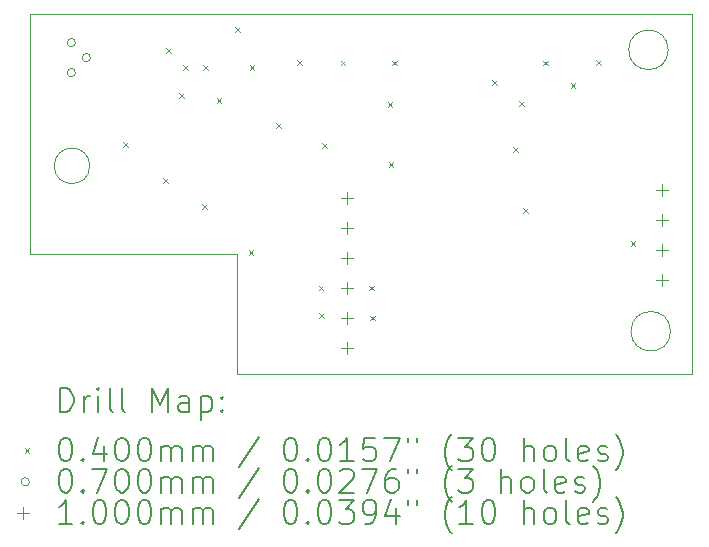
<source format=gbr>
%TF.GenerationSoftware,KiCad,Pcbnew,7.0.8*%
%TF.CreationDate,2025-06-05T10:18:14-04:00*%
%TF.ProjectId,happless,68617070-6c65-4737-932e-6b696361645f,rev?*%
%TF.SameCoordinates,Original*%
%TF.FileFunction,Drillmap*%
%TF.FilePolarity,Positive*%
%FSLAX45Y45*%
G04 Gerber Fmt 4.5, Leading zero omitted, Abs format (unit mm)*
G04 Created by KiCad (PCBNEW 7.0.8) date 2025-06-05 10:18:14*
%MOMM*%
%LPD*%
G01*
G04 APERTURE LIST*
%ADD10C,0.100000*%
%ADD11C,0.200000*%
%ADD12C,0.040000*%
%ADD13C,0.070000*%
G04 APERTURE END LIST*
D10*
X8837680Y-8165520D02*
G75*
G03*
X8837680Y-8165520I-150000J0D01*
G01*
X13934440Y-9931400D02*
X10083800Y-9931400D01*
X10083800Y-8915400D01*
X8336280Y-8915400D01*
X8331200Y-8910320D01*
X8331200Y-6878320D01*
X13934440Y-6878320D01*
X13934440Y-9931400D01*
X13755180Y-9565520D02*
G75*
G03*
X13755180Y-9565520I-167500J0D01*
G01*
X13736040Y-7183120D02*
G75*
G03*
X13736040Y-7183120I-167500J0D01*
G01*
D11*
D12*
X9118920Y-7965760D02*
X9158920Y-8005760D01*
X9158920Y-7965760D02*
X9118920Y-8005760D01*
X9459280Y-8270560D02*
X9499280Y-8310560D01*
X9499280Y-8270560D02*
X9459280Y-8310560D01*
X9484680Y-7168200D02*
X9524680Y-7208200D01*
X9524680Y-7168200D02*
X9484680Y-7208200D01*
X9596440Y-7549200D02*
X9636440Y-7589200D01*
X9636440Y-7549200D02*
X9596440Y-7589200D01*
X9626920Y-7315520D02*
X9666920Y-7355520D01*
X9666920Y-7315520D02*
X9626920Y-7355520D01*
X9789480Y-8489000D02*
X9829480Y-8529000D01*
X9829480Y-8489000D02*
X9789480Y-8529000D01*
X9799640Y-7310440D02*
X9839640Y-7350440D01*
X9839640Y-7310440D02*
X9799640Y-7350440D01*
X9911400Y-7594920D02*
X9951400Y-7634920D01*
X9951400Y-7594920D02*
X9911400Y-7634920D01*
X10068880Y-6990400D02*
X10108880Y-7030400D01*
X10108880Y-6990400D02*
X10068880Y-7030400D01*
X10184420Y-8880160D02*
X10224420Y-8920160D01*
X10224420Y-8880160D02*
X10184420Y-8920160D01*
X10190800Y-7315520D02*
X10230800Y-7355520D01*
X10230800Y-7315520D02*
X10190800Y-7355520D01*
X10414320Y-7803200D02*
X10454320Y-7843200D01*
X10454320Y-7803200D02*
X10414320Y-7843200D01*
X10592120Y-7269800D02*
X10632120Y-7309800D01*
X10632120Y-7269800D02*
X10592120Y-7309800D01*
X10775000Y-9179880D02*
X10815000Y-9219880D01*
X10815000Y-9179880D02*
X10775000Y-9219880D01*
X10780080Y-9413560D02*
X10820080Y-9453560D01*
X10820080Y-9413560D02*
X10780080Y-9453560D01*
X10805480Y-7970840D02*
X10845480Y-8010840D01*
X10845480Y-7970840D02*
X10805480Y-8010840D01*
X10962960Y-7274880D02*
X11002960Y-7314880D01*
X11002960Y-7274880D02*
X10962960Y-7314880D01*
X11201720Y-9179880D02*
X11241720Y-9219880D01*
X11241720Y-9179880D02*
X11201720Y-9219880D01*
X11211880Y-9433880D02*
X11251880Y-9473880D01*
X11251880Y-9433880D02*
X11211880Y-9473880D01*
X11359200Y-7625400D02*
X11399200Y-7665400D01*
X11399200Y-7625400D02*
X11359200Y-7665400D01*
X11369360Y-8133400D02*
X11409360Y-8173400D01*
X11409360Y-8133400D02*
X11369360Y-8173400D01*
X11399840Y-7274880D02*
X11439840Y-7314880D01*
X11439840Y-7274880D02*
X11399840Y-7314880D01*
X12243120Y-7437440D02*
X12283120Y-7477440D01*
X12283120Y-7437440D02*
X12243120Y-7477440D01*
X12420920Y-8006400D02*
X12460920Y-8046400D01*
X12460920Y-8006400D02*
X12420920Y-8046400D01*
X12471720Y-7615240D02*
X12511720Y-7655240D01*
X12511720Y-7615240D02*
X12471720Y-7655240D01*
X12507280Y-8524560D02*
X12547280Y-8564560D01*
X12547280Y-8524560D02*
X12507280Y-8564560D01*
X12674920Y-7274880D02*
X12714920Y-7314880D01*
X12714920Y-7274880D02*
X12674920Y-7314880D01*
X12908600Y-7467920D02*
X12948600Y-7507920D01*
X12948600Y-7467920D02*
X12908600Y-7507920D01*
X13127040Y-7269800D02*
X13167040Y-7309800D01*
X13167040Y-7269800D02*
X13127040Y-7309800D01*
X13416600Y-8803960D02*
X13456600Y-8843960D01*
X13456600Y-8803960D02*
X13416600Y-8843960D01*
D13*
X8716720Y-7122160D02*
G75*
G03*
X8716720Y-7122160I-35000J0D01*
G01*
X8716720Y-7376160D02*
G75*
G03*
X8716720Y-7376160I-35000J0D01*
G01*
X8843720Y-7249160D02*
G75*
G03*
X8843720Y-7249160I-35000J0D01*
G01*
D10*
X11018520Y-8387880D02*
X11018520Y-8487880D01*
X10968520Y-8437880D02*
X11068520Y-8437880D01*
X11018520Y-8641880D02*
X11018520Y-8741880D01*
X10968520Y-8691880D02*
X11068520Y-8691880D01*
X11018520Y-8895880D02*
X11018520Y-8995880D01*
X10968520Y-8945880D02*
X11068520Y-8945880D01*
X11018520Y-9149880D02*
X11018520Y-9249880D01*
X10968520Y-9199880D02*
X11068520Y-9199880D01*
X11018520Y-9403880D02*
X11018520Y-9503880D01*
X10968520Y-9453880D02*
X11068520Y-9453880D01*
X11018520Y-9657880D02*
X11018520Y-9757880D01*
X10968520Y-9707880D02*
X11068520Y-9707880D01*
X13680440Y-8321840D02*
X13680440Y-8421840D01*
X13630440Y-8371840D02*
X13730440Y-8371840D01*
X13680440Y-8575840D02*
X13680440Y-8675840D01*
X13630440Y-8625840D02*
X13730440Y-8625840D01*
X13680440Y-8829840D02*
X13680440Y-8929840D01*
X13630440Y-8879840D02*
X13730440Y-8879840D01*
X13680440Y-9083840D02*
X13680440Y-9183840D01*
X13630440Y-9133840D02*
X13730440Y-9133840D01*
D11*
X8586977Y-10247884D02*
X8586977Y-10047884D01*
X8586977Y-10047884D02*
X8634596Y-10047884D01*
X8634596Y-10047884D02*
X8663167Y-10057408D01*
X8663167Y-10057408D02*
X8682215Y-10076455D01*
X8682215Y-10076455D02*
X8691739Y-10095503D01*
X8691739Y-10095503D02*
X8701263Y-10133598D01*
X8701263Y-10133598D02*
X8701263Y-10162170D01*
X8701263Y-10162170D02*
X8691739Y-10200265D01*
X8691739Y-10200265D02*
X8682215Y-10219312D01*
X8682215Y-10219312D02*
X8663167Y-10238360D01*
X8663167Y-10238360D02*
X8634596Y-10247884D01*
X8634596Y-10247884D02*
X8586977Y-10247884D01*
X8786977Y-10247884D02*
X8786977Y-10114550D01*
X8786977Y-10152646D02*
X8796501Y-10133598D01*
X8796501Y-10133598D02*
X8806024Y-10124074D01*
X8806024Y-10124074D02*
X8825072Y-10114550D01*
X8825072Y-10114550D02*
X8844120Y-10114550D01*
X8910786Y-10247884D02*
X8910786Y-10114550D01*
X8910786Y-10047884D02*
X8901263Y-10057408D01*
X8901263Y-10057408D02*
X8910786Y-10066931D01*
X8910786Y-10066931D02*
X8920310Y-10057408D01*
X8920310Y-10057408D02*
X8910786Y-10047884D01*
X8910786Y-10047884D02*
X8910786Y-10066931D01*
X9034596Y-10247884D02*
X9015548Y-10238360D01*
X9015548Y-10238360D02*
X9006024Y-10219312D01*
X9006024Y-10219312D02*
X9006024Y-10047884D01*
X9139358Y-10247884D02*
X9120310Y-10238360D01*
X9120310Y-10238360D02*
X9110786Y-10219312D01*
X9110786Y-10219312D02*
X9110786Y-10047884D01*
X9367929Y-10247884D02*
X9367929Y-10047884D01*
X9367929Y-10047884D02*
X9434596Y-10190741D01*
X9434596Y-10190741D02*
X9501263Y-10047884D01*
X9501263Y-10047884D02*
X9501263Y-10247884D01*
X9682215Y-10247884D02*
X9682215Y-10143122D01*
X9682215Y-10143122D02*
X9672691Y-10124074D01*
X9672691Y-10124074D02*
X9653644Y-10114550D01*
X9653644Y-10114550D02*
X9615548Y-10114550D01*
X9615548Y-10114550D02*
X9596501Y-10124074D01*
X9682215Y-10238360D02*
X9663167Y-10247884D01*
X9663167Y-10247884D02*
X9615548Y-10247884D01*
X9615548Y-10247884D02*
X9596501Y-10238360D01*
X9596501Y-10238360D02*
X9586977Y-10219312D01*
X9586977Y-10219312D02*
X9586977Y-10200265D01*
X9586977Y-10200265D02*
X9596501Y-10181217D01*
X9596501Y-10181217D02*
X9615548Y-10171693D01*
X9615548Y-10171693D02*
X9663167Y-10171693D01*
X9663167Y-10171693D02*
X9682215Y-10162170D01*
X9777453Y-10114550D02*
X9777453Y-10314550D01*
X9777453Y-10124074D02*
X9796501Y-10114550D01*
X9796501Y-10114550D02*
X9834596Y-10114550D01*
X9834596Y-10114550D02*
X9853644Y-10124074D01*
X9853644Y-10124074D02*
X9863167Y-10133598D01*
X9863167Y-10133598D02*
X9872691Y-10152646D01*
X9872691Y-10152646D02*
X9872691Y-10209789D01*
X9872691Y-10209789D02*
X9863167Y-10228836D01*
X9863167Y-10228836D02*
X9853644Y-10238360D01*
X9853644Y-10238360D02*
X9834596Y-10247884D01*
X9834596Y-10247884D02*
X9796501Y-10247884D01*
X9796501Y-10247884D02*
X9777453Y-10238360D01*
X9958405Y-10228836D02*
X9967929Y-10238360D01*
X9967929Y-10238360D02*
X9958405Y-10247884D01*
X9958405Y-10247884D02*
X9948882Y-10238360D01*
X9948882Y-10238360D02*
X9958405Y-10228836D01*
X9958405Y-10228836D02*
X9958405Y-10247884D01*
X9958405Y-10124074D02*
X9967929Y-10133598D01*
X9967929Y-10133598D02*
X9958405Y-10143122D01*
X9958405Y-10143122D02*
X9948882Y-10133598D01*
X9948882Y-10133598D02*
X9958405Y-10124074D01*
X9958405Y-10124074D02*
X9958405Y-10143122D01*
D12*
X8286200Y-10556400D02*
X8326200Y-10596400D01*
X8326200Y-10556400D02*
X8286200Y-10596400D01*
D11*
X8625072Y-10467884D02*
X8644120Y-10467884D01*
X8644120Y-10467884D02*
X8663167Y-10477408D01*
X8663167Y-10477408D02*
X8672691Y-10486931D01*
X8672691Y-10486931D02*
X8682215Y-10505979D01*
X8682215Y-10505979D02*
X8691739Y-10544074D01*
X8691739Y-10544074D02*
X8691739Y-10591693D01*
X8691739Y-10591693D02*
X8682215Y-10629789D01*
X8682215Y-10629789D02*
X8672691Y-10648836D01*
X8672691Y-10648836D02*
X8663167Y-10658360D01*
X8663167Y-10658360D02*
X8644120Y-10667884D01*
X8644120Y-10667884D02*
X8625072Y-10667884D01*
X8625072Y-10667884D02*
X8606024Y-10658360D01*
X8606024Y-10658360D02*
X8596501Y-10648836D01*
X8596501Y-10648836D02*
X8586977Y-10629789D01*
X8586977Y-10629789D02*
X8577453Y-10591693D01*
X8577453Y-10591693D02*
X8577453Y-10544074D01*
X8577453Y-10544074D02*
X8586977Y-10505979D01*
X8586977Y-10505979D02*
X8596501Y-10486931D01*
X8596501Y-10486931D02*
X8606024Y-10477408D01*
X8606024Y-10477408D02*
X8625072Y-10467884D01*
X8777453Y-10648836D02*
X8786977Y-10658360D01*
X8786977Y-10658360D02*
X8777453Y-10667884D01*
X8777453Y-10667884D02*
X8767929Y-10658360D01*
X8767929Y-10658360D02*
X8777453Y-10648836D01*
X8777453Y-10648836D02*
X8777453Y-10667884D01*
X8958405Y-10534550D02*
X8958405Y-10667884D01*
X8910786Y-10458360D02*
X8863167Y-10601217D01*
X8863167Y-10601217D02*
X8986977Y-10601217D01*
X9101263Y-10467884D02*
X9120310Y-10467884D01*
X9120310Y-10467884D02*
X9139358Y-10477408D01*
X9139358Y-10477408D02*
X9148882Y-10486931D01*
X9148882Y-10486931D02*
X9158405Y-10505979D01*
X9158405Y-10505979D02*
X9167929Y-10544074D01*
X9167929Y-10544074D02*
X9167929Y-10591693D01*
X9167929Y-10591693D02*
X9158405Y-10629789D01*
X9158405Y-10629789D02*
X9148882Y-10648836D01*
X9148882Y-10648836D02*
X9139358Y-10658360D01*
X9139358Y-10658360D02*
X9120310Y-10667884D01*
X9120310Y-10667884D02*
X9101263Y-10667884D01*
X9101263Y-10667884D02*
X9082215Y-10658360D01*
X9082215Y-10658360D02*
X9072691Y-10648836D01*
X9072691Y-10648836D02*
X9063167Y-10629789D01*
X9063167Y-10629789D02*
X9053644Y-10591693D01*
X9053644Y-10591693D02*
X9053644Y-10544074D01*
X9053644Y-10544074D02*
X9063167Y-10505979D01*
X9063167Y-10505979D02*
X9072691Y-10486931D01*
X9072691Y-10486931D02*
X9082215Y-10477408D01*
X9082215Y-10477408D02*
X9101263Y-10467884D01*
X9291739Y-10467884D02*
X9310786Y-10467884D01*
X9310786Y-10467884D02*
X9329834Y-10477408D01*
X9329834Y-10477408D02*
X9339358Y-10486931D01*
X9339358Y-10486931D02*
X9348882Y-10505979D01*
X9348882Y-10505979D02*
X9358405Y-10544074D01*
X9358405Y-10544074D02*
X9358405Y-10591693D01*
X9358405Y-10591693D02*
X9348882Y-10629789D01*
X9348882Y-10629789D02*
X9339358Y-10648836D01*
X9339358Y-10648836D02*
X9329834Y-10658360D01*
X9329834Y-10658360D02*
X9310786Y-10667884D01*
X9310786Y-10667884D02*
X9291739Y-10667884D01*
X9291739Y-10667884D02*
X9272691Y-10658360D01*
X9272691Y-10658360D02*
X9263167Y-10648836D01*
X9263167Y-10648836D02*
X9253644Y-10629789D01*
X9253644Y-10629789D02*
X9244120Y-10591693D01*
X9244120Y-10591693D02*
X9244120Y-10544074D01*
X9244120Y-10544074D02*
X9253644Y-10505979D01*
X9253644Y-10505979D02*
X9263167Y-10486931D01*
X9263167Y-10486931D02*
X9272691Y-10477408D01*
X9272691Y-10477408D02*
X9291739Y-10467884D01*
X9444120Y-10667884D02*
X9444120Y-10534550D01*
X9444120Y-10553598D02*
X9453644Y-10544074D01*
X9453644Y-10544074D02*
X9472691Y-10534550D01*
X9472691Y-10534550D02*
X9501263Y-10534550D01*
X9501263Y-10534550D02*
X9520310Y-10544074D01*
X9520310Y-10544074D02*
X9529834Y-10563122D01*
X9529834Y-10563122D02*
X9529834Y-10667884D01*
X9529834Y-10563122D02*
X9539358Y-10544074D01*
X9539358Y-10544074D02*
X9558405Y-10534550D01*
X9558405Y-10534550D02*
X9586977Y-10534550D01*
X9586977Y-10534550D02*
X9606025Y-10544074D01*
X9606025Y-10544074D02*
X9615548Y-10563122D01*
X9615548Y-10563122D02*
X9615548Y-10667884D01*
X9710786Y-10667884D02*
X9710786Y-10534550D01*
X9710786Y-10553598D02*
X9720310Y-10544074D01*
X9720310Y-10544074D02*
X9739358Y-10534550D01*
X9739358Y-10534550D02*
X9767929Y-10534550D01*
X9767929Y-10534550D02*
X9786977Y-10544074D01*
X9786977Y-10544074D02*
X9796501Y-10563122D01*
X9796501Y-10563122D02*
X9796501Y-10667884D01*
X9796501Y-10563122D02*
X9806025Y-10544074D01*
X9806025Y-10544074D02*
X9825072Y-10534550D01*
X9825072Y-10534550D02*
X9853644Y-10534550D01*
X9853644Y-10534550D02*
X9872691Y-10544074D01*
X9872691Y-10544074D02*
X9882215Y-10563122D01*
X9882215Y-10563122D02*
X9882215Y-10667884D01*
X10272691Y-10458360D02*
X10101263Y-10715503D01*
X10529834Y-10467884D02*
X10548882Y-10467884D01*
X10548882Y-10467884D02*
X10567929Y-10477408D01*
X10567929Y-10477408D02*
X10577453Y-10486931D01*
X10577453Y-10486931D02*
X10586977Y-10505979D01*
X10586977Y-10505979D02*
X10596501Y-10544074D01*
X10596501Y-10544074D02*
X10596501Y-10591693D01*
X10596501Y-10591693D02*
X10586977Y-10629789D01*
X10586977Y-10629789D02*
X10577453Y-10648836D01*
X10577453Y-10648836D02*
X10567929Y-10658360D01*
X10567929Y-10658360D02*
X10548882Y-10667884D01*
X10548882Y-10667884D02*
X10529834Y-10667884D01*
X10529834Y-10667884D02*
X10510787Y-10658360D01*
X10510787Y-10658360D02*
X10501263Y-10648836D01*
X10501263Y-10648836D02*
X10491739Y-10629789D01*
X10491739Y-10629789D02*
X10482215Y-10591693D01*
X10482215Y-10591693D02*
X10482215Y-10544074D01*
X10482215Y-10544074D02*
X10491739Y-10505979D01*
X10491739Y-10505979D02*
X10501263Y-10486931D01*
X10501263Y-10486931D02*
X10510787Y-10477408D01*
X10510787Y-10477408D02*
X10529834Y-10467884D01*
X10682215Y-10648836D02*
X10691739Y-10658360D01*
X10691739Y-10658360D02*
X10682215Y-10667884D01*
X10682215Y-10667884D02*
X10672691Y-10658360D01*
X10672691Y-10658360D02*
X10682215Y-10648836D01*
X10682215Y-10648836D02*
X10682215Y-10667884D01*
X10815548Y-10467884D02*
X10834596Y-10467884D01*
X10834596Y-10467884D02*
X10853644Y-10477408D01*
X10853644Y-10477408D02*
X10863168Y-10486931D01*
X10863168Y-10486931D02*
X10872691Y-10505979D01*
X10872691Y-10505979D02*
X10882215Y-10544074D01*
X10882215Y-10544074D02*
X10882215Y-10591693D01*
X10882215Y-10591693D02*
X10872691Y-10629789D01*
X10872691Y-10629789D02*
X10863168Y-10648836D01*
X10863168Y-10648836D02*
X10853644Y-10658360D01*
X10853644Y-10658360D02*
X10834596Y-10667884D01*
X10834596Y-10667884D02*
X10815548Y-10667884D01*
X10815548Y-10667884D02*
X10796501Y-10658360D01*
X10796501Y-10658360D02*
X10786977Y-10648836D01*
X10786977Y-10648836D02*
X10777453Y-10629789D01*
X10777453Y-10629789D02*
X10767929Y-10591693D01*
X10767929Y-10591693D02*
X10767929Y-10544074D01*
X10767929Y-10544074D02*
X10777453Y-10505979D01*
X10777453Y-10505979D02*
X10786977Y-10486931D01*
X10786977Y-10486931D02*
X10796501Y-10477408D01*
X10796501Y-10477408D02*
X10815548Y-10467884D01*
X11072691Y-10667884D02*
X10958406Y-10667884D01*
X11015548Y-10667884D02*
X11015548Y-10467884D01*
X11015548Y-10467884D02*
X10996501Y-10496455D01*
X10996501Y-10496455D02*
X10977453Y-10515503D01*
X10977453Y-10515503D02*
X10958406Y-10525027D01*
X11253644Y-10467884D02*
X11158406Y-10467884D01*
X11158406Y-10467884D02*
X11148882Y-10563122D01*
X11148882Y-10563122D02*
X11158406Y-10553598D01*
X11158406Y-10553598D02*
X11177453Y-10544074D01*
X11177453Y-10544074D02*
X11225072Y-10544074D01*
X11225072Y-10544074D02*
X11244120Y-10553598D01*
X11244120Y-10553598D02*
X11253644Y-10563122D01*
X11253644Y-10563122D02*
X11263167Y-10582170D01*
X11263167Y-10582170D02*
X11263167Y-10629789D01*
X11263167Y-10629789D02*
X11253644Y-10648836D01*
X11253644Y-10648836D02*
X11244120Y-10658360D01*
X11244120Y-10658360D02*
X11225072Y-10667884D01*
X11225072Y-10667884D02*
X11177453Y-10667884D01*
X11177453Y-10667884D02*
X11158406Y-10658360D01*
X11158406Y-10658360D02*
X11148882Y-10648836D01*
X11329834Y-10467884D02*
X11463167Y-10467884D01*
X11463167Y-10467884D02*
X11377453Y-10667884D01*
X11529834Y-10467884D02*
X11529834Y-10505979D01*
X11606025Y-10467884D02*
X11606025Y-10505979D01*
X11901263Y-10744074D02*
X11891739Y-10734550D01*
X11891739Y-10734550D02*
X11872691Y-10705979D01*
X11872691Y-10705979D02*
X11863168Y-10686931D01*
X11863168Y-10686931D02*
X11853644Y-10658360D01*
X11853644Y-10658360D02*
X11844120Y-10610741D01*
X11844120Y-10610741D02*
X11844120Y-10572646D01*
X11844120Y-10572646D02*
X11853644Y-10525027D01*
X11853644Y-10525027D02*
X11863168Y-10496455D01*
X11863168Y-10496455D02*
X11872691Y-10477408D01*
X11872691Y-10477408D02*
X11891739Y-10448836D01*
X11891739Y-10448836D02*
X11901263Y-10439312D01*
X11958406Y-10467884D02*
X12082215Y-10467884D01*
X12082215Y-10467884D02*
X12015548Y-10544074D01*
X12015548Y-10544074D02*
X12044120Y-10544074D01*
X12044120Y-10544074D02*
X12063168Y-10553598D01*
X12063168Y-10553598D02*
X12072691Y-10563122D01*
X12072691Y-10563122D02*
X12082215Y-10582170D01*
X12082215Y-10582170D02*
X12082215Y-10629789D01*
X12082215Y-10629789D02*
X12072691Y-10648836D01*
X12072691Y-10648836D02*
X12063168Y-10658360D01*
X12063168Y-10658360D02*
X12044120Y-10667884D01*
X12044120Y-10667884D02*
X11986977Y-10667884D01*
X11986977Y-10667884D02*
X11967929Y-10658360D01*
X11967929Y-10658360D02*
X11958406Y-10648836D01*
X12206025Y-10467884D02*
X12225072Y-10467884D01*
X12225072Y-10467884D02*
X12244120Y-10477408D01*
X12244120Y-10477408D02*
X12253644Y-10486931D01*
X12253644Y-10486931D02*
X12263168Y-10505979D01*
X12263168Y-10505979D02*
X12272691Y-10544074D01*
X12272691Y-10544074D02*
X12272691Y-10591693D01*
X12272691Y-10591693D02*
X12263168Y-10629789D01*
X12263168Y-10629789D02*
X12253644Y-10648836D01*
X12253644Y-10648836D02*
X12244120Y-10658360D01*
X12244120Y-10658360D02*
X12225072Y-10667884D01*
X12225072Y-10667884D02*
X12206025Y-10667884D01*
X12206025Y-10667884D02*
X12186977Y-10658360D01*
X12186977Y-10658360D02*
X12177453Y-10648836D01*
X12177453Y-10648836D02*
X12167929Y-10629789D01*
X12167929Y-10629789D02*
X12158406Y-10591693D01*
X12158406Y-10591693D02*
X12158406Y-10544074D01*
X12158406Y-10544074D02*
X12167929Y-10505979D01*
X12167929Y-10505979D02*
X12177453Y-10486931D01*
X12177453Y-10486931D02*
X12186977Y-10477408D01*
X12186977Y-10477408D02*
X12206025Y-10467884D01*
X12510787Y-10667884D02*
X12510787Y-10467884D01*
X12596501Y-10667884D02*
X12596501Y-10563122D01*
X12596501Y-10563122D02*
X12586977Y-10544074D01*
X12586977Y-10544074D02*
X12567930Y-10534550D01*
X12567930Y-10534550D02*
X12539358Y-10534550D01*
X12539358Y-10534550D02*
X12520310Y-10544074D01*
X12520310Y-10544074D02*
X12510787Y-10553598D01*
X12720310Y-10667884D02*
X12701263Y-10658360D01*
X12701263Y-10658360D02*
X12691739Y-10648836D01*
X12691739Y-10648836D02*
X12682215Y-10629789D01*
X12682215Y-10629789D02*
X12682215Y-10572646D01*
X12682215Y-10572646D02*
X12691739Y-10553598D01*
X12691739Y-10553598D02*
X12701263Y-10544074D01*
X12701263Y-10544074D02*
X12720310Y-10534550D01*
X12720310Y-10534550D02*
X12748882Y-10534550D01*
X12748882Y-10534550D02*
X12767930Y-10544074D01*
X12767930Y-10544074D02*
X12777453Y-10553598D01*
X12777453Y-10553598D02*
X12786977Y-10572646D01*
X12786977Y-10572646D02*
X12786977Y-10629789D01*
X12786977Y-10629789D02*
X12777453Y-10648836D01*
X12777453Y-10648836D02*
X12767930Y-10658360D01*
X12767930Y-10658360D02*
X12748882Y-10667884D01*
X12748882Y-10667884D02*
X12720310Y-10667884D01*
X12901263Y-10667884D02*
X12882215Y-10658360D01*
X12882215Y-10658360D02*
X12872691Y-10639312D01*
X12872691Y-10639312D02*
X12872691Y-10467884D01*
X13053644Y-10658360D02*
X13034596Y-10667884D01*
X13034596Y-10667884D02*
X12996501Y-10667884D01*
X12996501Y-10667884D02*
X12977453Y-10658360D01*
X12977453Y-10658360D02*
X12967930Y-10639312D01*
X12967930Y-10639312D02*
X12967930Y-10563122D01*
X12967930Y-10563122D02*
X12977453Y-10544074D01*
X12977453Y-10544074D02*
X12996501Y-10534550D01*
X12996501Y-10534550D02*
X13034596Y-10534550D01*
X13034596Y-10534550D02*
X13053644Y-10544074D01*
X13053644Y-10544074D02*
X13063168Y-10563122D01*
X13063168Y-10563122D02*
X13063168Y-10582170D01*
X13063168Y-10582170D02*
X12967930Y-10601217D01*
X13139358Y-10658360D02*
X13158406Y-10667884D01*
X13158406Y-10667884D02*
X13196501Y-10667884D01*
X13196501Y-10667884D02*
X13215549Y-10658360D01*
X13215549Y-10658360D02*
X13225072Y-10639312D01*
X13225072Y-10639312D02*
X13225072Y-10629789D01*
X13225072Y-10629789D02*
X13215549Y-10610741D01*
X13215549Y-10610741D02*
X13196501Y-10601217D01*
X13196501Y-10601217D02*
X13167930Y-10601217D01*
X13167930Y-10601217D02*
X13148882Y-10591693D01*
X13148882Y-10591693D02*
X13139358Y-10572646D01*
X13139358Y-10572646D02*
X13139358Y-10563122D01*
X13139358Y-10563122D02*
X13148882Y-10544074D01*
X13148882Y-10544074D02*
X13167930Y-10534550D01*
X13167930Y-10534550D02*
X13196501Y-10534550D01*
X13196501Y-10534550D02*
X13215549Y-10544074D01*
X13291739Y-10744074D02*
X13301263Y-10734550D01*
X13301263Y-10734550D02*
X13320311Y-10705979D01*
X13320311Y-10705979D02*
X13329834Y-10686931D01*
X13329834Y-10686931D02*
X13339358Y-10658360D01*
X13339358Y-10658360D02*
X13348882Y-10610741D01*
X13348882Y-10610741D02*
X13348882Y-10572646D01*
X13348882Y-10572646D02*
X13339358Y-10525027D01*
X13339358Y-10525027D02*
X13329834Y-10496455D01*
X13329834Y-10496455D02*
X13320311Y-10477408D01*
X13320311Y-10477408D02*
X13301263Y-10448836D01*
X13301263Y-10448836D02*
X13291739Y-10439312D01*
D13*
X8326200Y-10840400D02*
G75*
G03*
X8326200Y-10840400I-35000J0D01*
G01*
D11*
X8625072Y-10731884D02*
X8644120Y-10731884D01*
X8644120Y-10731884D02*
X8663167Y-10741408D01*
X8663167Y-10741408D02*
X8672691Y-10750931D01*
X8672691Y-10750931D02*
X8682215Y-10769979D01*
X8682215Y-10769979D02*
X8691739Y-10808074D01*
X8691739Y-10808074D02*
X8691739Y-10855693D01*
X8691739Y-10855693D02*
X8682215Y-10893789D01*
X8682215Y-10893789D02*
X8672691Y-10912836D01*
X8672691Y-10912836D02*
X8663167Y-10922360D01*
X8663167Y-10922360D02*
X8644120Y-10931884D01*
X8644120Y-10931884D02*
X8625072Y-10931884D01*
X8625072Y-10931884D02*
X8606024Y-10922360D01*
X8606024Y-10922360D02*
X8596501Y-10912836D01*
X8596501Y-10912836D02*
X8586977Y-10893789D01*
X8586977Y-10893789D02*
X8577453Y-10855693D01*
X8577453Y-10855693D02*
X8577453Y-10808074D01*
X8577453Y-10808074D02*
X8586977Y-10769979D01*
X8586977Y-10769979D02*
X8596501Y-10750931D01*
X8596501Y-10750931D02*
X8606024Y-10741408D01*
X8606024Y-10741408D02*
X8625072Y-10731884D01*
X8777453Y-10912836D02*
X8786977Y-10922360D01*
X8786977Y-10922360D02*
X8777453Y-10931884D01*
X8777453Y-10931884D02*
X8767929Y-10922360D01*
X8767929Y-10922360D02*
X8777453Y-10912836D01*
X8777453Y-10912836D02*
X8777453Y-10931884D01*
X8853644Y-10731884D02*
X8986977Y-10731884D01*
X8986977Y-10731884D02*
X8901263Y-10931884D01*
X9101263Y-10731884D02*
X9120310Y-10731884D01*
X9120310Y-10731884D02*
X9139358Y-10741408D01*
X9139358Y-10741408D02*
X9148882Y-10750931D01*
X9148882Y-10750931D02*
X9158405Y-10769979D01*
X9158405Y-10769979D02*
X9167929Y-10808074D01*
X9167929Y-10808074D02*
X9167929Y-10855693D01*
X9167929Y-10855693D02*
X9158405Y-10893789D01*
X9158405Y-10893789D02*
X9148882Y-10912836D01*
X9148882Y-10912836D02*
X9139358Y-10922360D01*
X9139358Y-10922360D02*
X9120310Y-10931884D01*
X9120310Y-10931884D02*
X9101263Y-10931884D01*
X9101263Y-10931884D02*
X9082215Y-10922360D01*
X9082215Y-10922360D02*
X9072691Y-10912836D01*
X9072691Y-10912836D02*
X9063167Y-10893789D01*
X9063167Y-10893789D02*
X9053644Y-10855693D01*
X9053644Y-10855693D02*
X9053644Y-10808074D01*
X9053644Y-10808074D02*
X9063167Y-10769979D01*
X9063167Y-10769979D02*
X9072691Y-10750931D01*
X9072691Y-10750931D02*
X9082215Y-10741408D01*
X9082215Y-10741408D02*
X9101263Y-10731884D01*
X9291739Y-10731884D02*
X9310786Y-10731884D01*
X9310786Y-10731884D02*
X9329834Y-10741408D01*
X9329834Y-10741408D02*
X9339358Y-10750931D01*
X9339358Y-10750931D02*
X9348882Y-10769979D01*
X9348882Y-10769979D02*
X9358405Y-10808074D01*
X9358405Y-10808074D02*
X9358405Y-10855693D01*
X9358405Y-10855693D02*
X9348882Y-10893789D01*
X9348882Y-10893789D02*
X9339358Y-10912836D01*
X9339358Y-10912836D02*
X9329834Y-10922360D01*
X9329834Y-10922360D02*
X9310786Y-10931884D01*
X9310786Y-10931884D02*
X9291739Y-10931884D01*
X9291739Y-10931884D02*
X9272691Y-10922360D01*
X9272691Y-10922360D02*
X9263167Y-10912836D01*
X9263167Y-10912836D02*
X9253644Y-10893789D01*
X9253644Y-10893789D02*
X9244120Y-10855693D01*
X9244120Y-10855693D02*
X9244120Y-10808074D01*
X9244120Y-10808074D02*
X9253644Y-10769979D01*
X9253644Y-10769979D02*
X9263167Y-10750931D01*
X9263167Y-10750931D02*
X9272691Y-10741408D01*
X9272691Y-10741408D02*
X9291739Y-10731884D01*
X9444120Y-10931884D02*
X9444120Y-10798550D01*
X9444120Y-10817598D02*
X9453644Y-10808074D01*
X9453644Y-10808074D02*
X9472691Y-10798550D01*
X9472691Y-10798550D02*
X9501263Y-10798550D01*
X9501263Y-10798550D02*
X9520310Y-10808074D01*
X9520310Y-10808074D02*
X9529834Y-10827122D01*
X9529834Y-10827122D02*
X9529834Y-10931884D01*
X9529834Y-10827122D02*
X9539358Y-10808074D01*
X9539358Y-10808074D02*
X9558405Y-10798550D01*
X9558405Y-10798550D02*
X9586977Y-10798550D01*
X9586977Y-10798550D02*
X9606025Y-10808074D01*
X9606025Y-10808074D02*
X9615548Y-10827122D01*
X9615548Y-10827122D02*
X9615548Y-10931884D01*
X9710786Y-10931884D02*
X9710786Y-10798550D01*
X9710786Y-10817598D02*
X9720310Y-10808074D01*
X9720310Y-10808074D02*
X9739358Y-10798550D01*
X9739358Y-10798550D02*
X9767929Y-10798550D01*
X9767929Y-10798550D02*
X9786977Y-10808074D01*
X9786977Y-10808074D02*
X9796501Y-10827122D01*
X9796501Y-10827122D02*
X9796501Y-10931884D01*
X9796501Y-10827122D02*
X9806025Y-10808074D01*
X9806025Y-10808074D02*
X9825072Y-10798550D01*
X9825072Y-10798550D02*
X9853644Y-10798550D01*
X9853644Y-10798550D02*
X9872691Y-10808074D01*
X9872691Y-10808074D02*
X9882215Y-10827122D01*
X9882215Y-10827122D02*
X9882215Y-10931884D01*
X10272691Y-10722360D02*
X10101263Y-10979503D01*
X10529834Y-10731884D02*
X10548882Y-10731884D01*
X10548882Y-10731884D02*
X10567929Y-10741408D01*
X10567929Y-10741408D02*
X10577453Y-10750931D01*
X10577453Y-10750931D02*
X10586977Y-10769979D01*
X10586977Y-10769979D02*
X10596501Y-10808074D01*
X10596501Y-10808074D02*
X10596501Y-10855693D01*
X10596501Y-10855693D02*
X10586977Y-10893789D01*
X10586977Y-10893789D02*
X10577453Y-10912836D01*
X10577453Y-10912836D02*
X10567929Y-10922360D01*
X10567929Y-10922360D02*
X10548882Y-10931884D01*
X10548882Y-10931884D02*
X10529834Y-10931884D01*
X10529834Y-10931884D02*
X10510787Y-10922360D01*
X10510787Y-10922360D02*
X10501263Y-10912836D01*
X10501263Y-10912836D02*
X10491739Y-10893789D01*
X10491739Y-10893789D02*
X10482215Y-10855693D01*
X10482215Y-10855693D02*
X10482215Y-10808074D01*
X10482215Y-10808074D02*
X10491739Y-10769979D01*
X10491739Y-10769979D02*
X10501263Y-10750931D01*
X10501263Y-10750931D02*
X10510787Y-10741408D01*
X10510787Y-10741408D02*
X10529834Y-10731884D01*
X10682215Y-10912836D02*
X10691739Y-10922360D01*
X10691739Y-10922360D02*
X10682215Y-10931884D01*
X10682215Y-10931884D02*
X10672691Y-10922360D01*
X10672691Y-10922360D02*
X10682215Y-10912836D01*
X10682215Y-10912836D02*
X10682215Y-10931884D01*
X10815548Y-10731884D02*
X10834596Y-10731884D01*
X10834596Y-10731884D02*
X10853644Y-10741408D01*
X10853644Y-10741408D02*
X10863168Y-10750931D01*
X10863168Y-10750931D02*
X10872691Y-10769979D01*
X10872691Y-10769979D02*
X10882215Y-10808074D01*
X10882215Y-10808074D02*
X10882215Y-10855693D01*
X10882215Y-10855693D02*
X10872691Y-10893789D01*
X10872691Y-10893789D02*
X10863168Y-10912836D01*
X10863168Y-10912836D02*
X10853644Y-10922360D01*
X10853644Y-10922360D02*
X10834596Y-10931884D01*
X10834596Y-10931884D02*
X10815548Y-10931884D01*
X10815548Y-10931884D02*
X10796501Y-10922360D01*
X10796501Y-10922360D02*
X10786977Y-10912836D01*
X10786977Y-10912836D02*
X10777453Y-10893789D01*
X10777453Y-10893789D02*
X10767929Y-10855693D01*
X10767929Y-10855693D02*
X10767929Y-10808074D01*
X10767929Y-10808074D02*
X10777453Y-10769979D01*
X10777453Y-10769979D02*
X10786977Y-10750931D01*
X10786977Y-10750931D02*
X10796501Y-10741408D01*
X10796501Y-10741408D02*
X10815548Y-10731884D01*
X10958406Y-10750931D02*
X10967929Y-10741408D01*
X10967929Y-10741408D02*
X10986977Y-10731884D01*
X10986977Y-10731884D02*
X11034596Y-10731884D01*
X11034596Y-10731884D02*
X11053644Y-10741408D01*
X11053644Y-10741408D02*
X11063168Y-10750931D01*
X11063168Y-10750931D02*
X11072691Y-10769979D01*
X11072691Y-10769979D02*
X11072691Y-10789027D01*
X11072691Y-10789027D02*
X11063168Y-10817598D01*
X11063168Y-10817598D02*
X10948882Y-10931884D01*
X10948882Y-10931884D02*
X11072691Y-10931884D01*
X11139358Y-10731884D02*
X11272691Y-10731884D01*
X11272691Y-10731884D02*
X11186977Y-10931884D01*
X11434596Y-10731884D02*
X11396501Y-10731884D01*
X11396501Y-10731884D02*
X11377453Y-10741408D01*
X11377453Y-10741408D02*
X11367929Y-10750931D01*
X11367929Y-10750931D02*
X11348882Y-10779503D01*
X11348882Y-10779503D02*
X11339358Y-10817598D01*
X11339358Y-10817598D02*
X11339358Y-10893789D01*
X11339358Y-10893789D02*
X11348882Y-10912836D01*
X11348882Y-10912836D02*
X11358406Y-10922360D01*
X11358406Y-10922360D02*
X11377453Y-10931884D01*
X11377453Y-10931884D02*
X11415548Y-10931884D01*
X11415548Y-10931884D02*
X11434596Y-10922360D01*
X11434596Y-10922360D02*
X11444120Y-10912836D01*
X11444120Y-10912836D02*
X11453644Y-10893789D01*
X11453644Y-10893789D02*
X11453644Y-10846170D01*
X11453644Y-10846170D02*
X11444120Y-10827122D01*
X11444120Y-10827122D02*
X11434596Y-10817598D01*
X11434596Y-10817598D02*
X11415548Y-10808074D01*
X11415548Y-10808074D02*
X11377453Y-10808074D01*
X11377453Y-10808074D02*
X11358406Y-10817598D01*
X11358406Y-10817598D02*
X11348882Y-10827122D01*
X11348882Y-10827122D02*
X11339358Y-10846170D01*
X11529834Y-10731884D02*
X11529834Y-10769979D01*
X11606025Y-10731884D02*
X11606025Y-10769979D01*
X11901263Y-11008074D02*
X11891739Y-10998550D01*
X11891739Y-10998550D02*
X11872691Y-10969979D01*
X11872691Y-10969979D02*
X11863168Y-10950931D01*
X11863168Y-10950931D02*
X11853644Y-10922360D01*
X11853644Y-10922360D02*
X11844120Y-10874741D01*
X11844120Y-10874741D02*
X11844120Y-10836646D01*
X11844120Y-10836646D02*
X11853644Y-10789027D01*
X11853644Y-10789027D02*
X11863168Y-10760455D01*
X11863168Y-10760455D02*
X11872691Y-10741408D01*
X11872691Y-10741408D02*
X11891739Y-10712836D01*
X11891739Y-10712836D02*
X11901263Y-10703312D01*
X11958406Y-10731884D02*
X12082215Y-10731884D01*
X12082215Y-10731884D02*
X12015548Y-10808074D01*
X12015548Y-10808074D02*
X12044120Y-10808074D01*
X12044120Y-10808074D02*
X12063168Y-10817598D01*
X12063168Y-10817598D02*
X12072691Y-10827122D01*
X12072691Y-10827122D02*
X12082215Y-10846170D01*
X12082215Y-10846170D02*
X12082215Y-10893789D01*
X12082215Y-10893789D02*
X12072691Y-10912836D01*
X12072691Y-10912836D02*
X12063168Y-10922360D01*
X12063168Y-10922360D02*
X12044120Y-10931884D01*
X12044120Y-10931884D02*
X11986977Y-10931884D01*
X11986977Y-10931884D02*
X11967929Y-10922360D01*
X11967929Y-10922360D02*
X11958406Y-10912836D01*
X12320310Y-10931884D02*
X12320310Y-10731884D01*
X12406025Y-10931884D02*
X12406025Y-10827122D01*
X12406025Y-10827122D02*
X12396501Y-10808074D01*
X12396501Y-10808074D02*
X12377453Y-10798550D01*
X12377453Y-10798550D02*
X12348882Y-10798550D01*
X12348882Y-10798550D02*
X12329834Y-10808074D01*
X12329834Y-10808074D02*
X12320310Y-10817598D01*
X12529834Y-10931884D02*
X12510787Y-10922360D01*
X12510787Y-10922360D02*
X12501263Y-10912836D01*
X12501263Y-10912836D02*
X12491739Y-10893789D01*
X12491739Y-10893789D02*
X12491739Y-10836646D01*
X12491739Y-10836646D02*
X12501263Y-10817598D01*
X12501263Y-10817598D02*
X12510787Y-10808074D01*
X12510787Y-10808074D02*
X12529834Y-10798550D01*
X12529834Y-10798550D02*
X12558406Y-10798550D01*
X12558406Y-10798550D02*
X12577453Y-10808074D01*
X12577453Y-10808074D02*
X12586977Y-10817598D01*
X12586977Y-10817598D02*
X12596501Y-10836646D01*
X12596501Y-10836646D02*
X12596501Y-10893789D01*
X12596501Y-10893789D02*
X12586977Y-10912836D01*
X12586977Y-10912836D02*
X12577453Y-10922360D01*
X12577453Y-10922360D02*
X12558406Y-10931884D01*
X12558406Y-10931884D02*
X12529834Y-10931884D01*
X12710787Y-10931884D02*
X12691739Y-10922360D01*
X12691739Y-10922360D02*
X12682215Y-10903312D01*
X12682215Y-10903312D02*
X12682215Y-10731884D01*
X12863168Y-10922360D02*
X12844120Y-10931884D01*
X12844120Y-10931884D02*
X12806025Y-10931884D01*
X12806025Y-10931884D02*
X12786977Y-10922360D01*
X12786977Y-10922360D02*
X12777453Y-10903312D01*
X12777453Y-10903312D02*
X12777453Y-10827122D01*
X12777453Y-10827122D02*
X12786977Y-10808074D01*
X12786977Y-10808074D02*
X12806025Y-10798550D01*
X12806025Y-10798550D02*
X12844120Y-10798550D01*
X12844120Y-10798550D02*
X12863168Y-10808074D01*
X12863168Y-10808074D02*
X12872691Y-10827122D01*
X12872691Y-10827122D02*
X12872691Y-10846170D01*
X12872691Y-10846170D02*
X12777453Y-10865217D01*
X12948882Y-10922360D02*
X12967930Y-10931884D01*
X12967930Y-10931884D02*
X13006025Y-10931884D01*
X13006025Y-10931884D02*
X13025072Y-10922360D01*
X13025072Y-10922360D02*
X13034596Y-10903312D01*
X13034596Y-10903312D02*
X13034596Y-10893789D01*
X13034596Y-10893789D02*
X13025072Y-10874741D01*
X13025072Y-10874741D02*
X13006025Y-10865217D01*
X13006025Y-10865217D02*
X12977453Y-10865217D01*
X12977453Y-10865217D02*
X12958406Y-10855693D01*
X12958406Y-10855693D02*
X12948882Y-10836646D01*
X12948882Y-10836646D02*
X12948882Y-10827122D01*
X12948882Y-10827122D02*
X12958406Y-10808074D01*
X12958406Y-10808074D02*
X12977453Y-10798550D01*
X12977453Y-10798550D02*
X13006025Y-10798550D01*
X13006025Y-10798550D02*
X13025072Y-10808074D01*
X13101263Y-11008074D02*
X13110787Y-10998550D01*
X13110787Y-10998550D02*
X13129834Y-10969979D01*
X13129834Y-10969979D02*
X13139358Y-10950931D01*
X13139358Y-10950931D02*
X13148882Y-10922360D01*
X13148882Y-10922360D02*
X13158406Y-10874741D01*
X13158406Y-10874741D02*
X13158406Y-10836646D01*
X13158406Y-10836646D02*
X13148882Y-10789027D01*
X13148882Y-10789027D02*
X13139358Y-10760455D01*
X13139358Y-10760455D02*
X13129834Y-10741408D01*
X13129834Y-10741408D02*
X13110787Y-10712836D01*
X13110787Y-10712836D02*
X13101263Y-10703312D01*
D10*
X8276200Y-11054400D02*
X8276200Y-11154400D01*
X8226200Y-11104400D02*
X8326200Y-11104400D01*
D11*
X8691739Y-11195884D02*
X8577453Y-11195884D01*
X8634596Y-11195884D02*
X8634596Y-10995884D01*
X8634596Y-10995884D02*
X8615548Y-11024455D01*
X8615548Y-11024455D02*
X8596501Y-11043503D01*
X8596501Y-11043503D02*
X8577453Y-11053027D01*
X8777453Y-11176836D02*
X8786977Y-11186360D01*
X8786977Y-11186360D02*
X8777453Y-11195884D01*
X8777453Y-11195884D02*
X8767929Y-11186360D01*
X8767929Y-11186360D02*
X8777453Y-11176836D01*
X8777453Y-11176836D02*
X8777453Y-11195884D01*
X8910786Y-10995884D02*
X8929834Y-10995884D01*
X8929834Y-10995884D02*
X8948882Y-11005408D01*
X8948882Y-11005408D02*
X8958405Y-11014931D01*
X8958405Y-11014931D02*
X8967929Y-11033979D01*
X8967929Y-11033979D02*
X8977453Y-11072074D01*
X8977453Y-11072074D02*
X8977453Y-11119693D01*
X8977453Y-11119693D02*
X8967929Y-11157789D01*
X8967929Y-11157789D02*
X8958405Y-11176836D01*
X8958405Y-11176836D02*
X8948882Y-11186360D01*
X8948882Y-11186360D02*
X8929834Y-11195884D01*
X8929834Y-11195884D02*
X8910786Y-11195884D01*
X8910786Y-11195884D02*
X8891739Y-11186360D01*
X8891739Y-11186360D02*
X8882215Y-11176836D01*
X8882215Y-11176836D02*
X8872691Y-11157789D01*
X8872691Y-11157789D02*
X8863167Y-11119693D01*
X8863167Y-11119693D02*
X8863167Y-11072074D01*
X8863167Y-11072074D02*
X8872691Y-11033979D01*
X8872691Y-11033979D02*
X8882215Y-11014931D01*
X8882215Y-11014931D02*
X8891739Y-11005408D01*
X8891739Y-11005408D02*
X8910786Y-10995884D01*
X9101263Y-10995884D02*
X9120310Y-10995884D01*
X9120310Y-10995884D02*
X9139358Y-11005408D01*
X9139358Y-11005408D02*
X9148882Y-11014931D01*
X9148882Y-11014931D02*
X9158405Y-11033979D01*
X9158405Y-11033979D02*
X9167929Y-11072074D01*
X9167929Y-11072074D02*
X9167929Y-11119693D01*
X9167929Y-11119693D02*
X9158405Y-11157789D01*
X9158405Y-11157789D02*
X9148882Y-11176836D01*
X9148882Y-11176836D02*
X9139358Y-11186360D01*
X9139358Y-11186360D02*
X9120310Y-11195884D01*
X9120310Y-11195884D02*
X9101263Y-11195884D01*
X9101263Y-11195884D02*
X9082215Y-11186360D01*
X9082215Y-11186360D02*
X9072691Y-11176836D01*
X9072691Y-11176836D02*
X9063167Y-11157789D01*
X9063167Y-11157789D02*
X9053644Y-11119693D01*
X9053644Y-11119693D02*
X9053644Y-11072074D01*
X9053644Y-11072074D02*
X9063167Y-11033979D01*
X9063167Y-11033979D02*
X9072691Y-11014931D01*
X9072691Y-11014931D02*
X9082215Y-11005408D01*
X9082215Y-11005408D02*
X9101263Y-10995884D01*
X9291739Y-10995884D02*
X9310786Y-10995884D01*
X9310786Y-10995884D02*
X9329834Y-11005408D01*
X9329834Y-11005408D02*
X9339358Y-11014931D01*
X9339358Y-11014931D02*
X9348882Y-11033979D01*
X9348882Y-11033979D02*
X9358405Y-11072074D01*
X9358405Y-11072074D02*
X9358405Y-11119693D01*
X9358405Y-11119693D02*
X9348882Y-11157789D01*
X9348882Y-11157789D02*
X9339358Y-11176836D01*
X9339358Y-11176836D02*
X9329834Y-11186360D01*
X9329834Y-11186360D02*
X9310786Y-11195884D01*
X9310786Y-11195884D02*
X9291739Y-11195884D01*
X9291739Y-11195884D02*
X9272691Y-11186360D01*
X9272691Y-11186360D02*
X9263167Y-11176836D01*
X9263167Y-11176836D02*
X9253644Y-11157789D01*
X9253644Y-11157789D02*
X9244120Y-11119693D01*
X9244120Y-11119693D02*
X9244120Y-11072074D01*
X9244120Y-11072074D02*
X9253644Y-11033979D01*
X9253644Y-11033979D02*
X9263167Y-11014931D01*
X9263167Y-11014931D02*
X9272691Y-11005408D01*
X9272691Y-11005408D02*
X9291739Y-10995884D01*
X9444120Y-11195884D02*
X9444120Y-11062550D01*
X9444120Y-11081598D02*
X9453644Y-11072074D01*
X9453644Y-11072074D02*
X9472691Y-11062550D01*
X9472691Y-11062550D02*
X9501263Y-11062550D01*
X9501263Y-11062550D02*
X9520310Y-11072074D01*
X9520310Y-11072074D02*
X9529834Y-11091122D01*
X9529834Y-11091122D02*
X9529834Y-11195884D01*
X9529834Y-11091122D02*
X9539358Y-11072074D01*
X9539358Y-11072074D02*
X9558405Y-11062550D01*
X9558405Y-11062550D02*
X9586977Y-11062550D01*
X9586977Y-11062550D02*
X9606025Y-11072074D01*
X9606025Y-11072074D02*
X9615548Y-11091122D01*
X9615548Y-11091122D02*
X9615548Y-11195884D01*
X9710786Y-11195884D02*
X9710786Y-11062550D01*
X9710786Y-11081598D02*
X9720310Y-11072074D01*
X9720310Y-11072074D02*
X9739358Y-11062550D01*
X9739358Y-11062550D02*
X9767929Y-11062550D01*
X9767929Y-11062550D02*
X9786977Y-11072074D01*
X9786977Y-11072074D02*
X9796501Y-11091122D01*
X9796501Y-11091122D02*
X9796501Y-11195884D01*
X9796501Y-11091122D02*
X9806025Y-11072074D01*
X9806025Y-11072074D02*
X9825072Y-11062550D01*
X9825072Y-11062550D02*
X9853644Y-11062550D01*
X9853644Y-11062550D02*
X9872691Y-11072074D01*
X9872691Y-11072074D02*
X9882215Y-11091122D01*
X9882215Y-11091122D02*
X9882215Y-11195884D01*
X10272691Y-10986360D02*
X10101263Y-11243503D01*
X10529834Y-10995884D02*
X10548882Y-10995884D01*
X10548882Y-10995884D02*
X10567929Y-11005408D01*
X10567929Y-11005408D02*
X10577453Y-11014931D01*
X10577453Y-11014931D02*
X10586977Y-11033979D01*
X10586977Y-11033979D02*
X10596501Y-11072074D01*
X10596501Y-11072074D02*
X10596501Y-11119693D01*
X10596501Y-11119693D02*
X10586977Y-11157789D01*
X10586977Y-11157789D02*
X10577453Y-11176836D01*
X10577453Y-11176836D02*
X10567929Y-11186360D01*
X10567929Y-11186360D02*
X10548882Y-11195884D01*
X10548882Y-11195884D02*
X10529834Y-11195884D01*
X10529834Y-11195884D02*
X10510787Y-11186360D01*
X10510787Y-11186360D02*
X10501263Y-11176836D01*
X10501263Y-11176836D02*
X10491739Y-11157789D01*
X10491739Y-11157789D02*
X10482215Y-11119693D01*
X10482215Y-11119693D02*
X10482215Y-11072074D01*
X10482215Y-11072074D02*
X10491739Y-11033979D01*
X10491739Y-11033979D02*
X10501263Y-11014931D01*
X10501263Y-11014931D02*
X10510787Y-11005408D01*
X10510787Y-11005408D02*
X10529834Y-10995884D01*
X10682215Y-11176836D02*
X10691739Y-11186360D01*
X10691739Y-11186360D02*
X10682215Y-11195884D01*
X10682215Y-11195884D02*
X10672691Y-11186360D01*
X10672691Y-11186360D02*
X10682215Y-11176836D01*
X10682215Y-11176836D02*
X10682215Y-11195884D01*
X10815548Y-10995884D02*
X10834596Y-10995884D01*
X10834596Y-10995884D02*
X10853644Y-11005408D01*
X10853644Y-11005408D02*
X10863168Y-11014931D01*
X10863168Y-11014931D02*
X10872691Y-11033979D01*
X10872691Y-11033979D02*
X10882215Y-11072074D01*
X10882215Y-11072074D02*
X10882215Y-11119693D01*
X10882215Y-11119693D02*
X10872691Y-11157789D01*
X10872691Y-11157789D02*
X10863168Y-11176836D01*
X10863168Y-11176836D02*
X10853644Y-11186360D01*
X10853644Y-11186360D02*
X10834596Y-11195884D01*
X10834596Y-11195884D02*
X10815548Y-11195884D01*
X10815548Y-11195884D02*
X10796501Y-11186360D01*
X10796501Y-11186360D02*
X10786977Y-11176836D01*
X10786977Y-11176836D02*
X10777453Y-11157789D01*
X10777453Y-11157789D02*
X10767929Y-11119693D01*
X10767929Y-11119693D02*
X10767929Y-11072074D01*
X10767929Y-11072074D02*
X10777453Y-11033979D01*
X10777453Y-11033979D02*
X10786977Y-11014931D01*
X10786977Y-11014931D02*
X10796501Y-11005408D01*
X10796501Y-11005408D02*
X10815548Y-10995884D01*
X10948882Y-10995884D02*
X11072691Y-10995884D01*
X11072691Y-10995884D02*
X11006025Y-11072074D01*
X11006025Y-11072074D02*
X11034596Y-11072074D01*
X11034596Y-11072074D02*
X11053644Y-11081598D01*
X11053644Y-11081598D02*
X11063168Y-11091122D01*
X11063168Y-11091122D02*
X11072691Y-11110170D01*
X11072691Y-11110170D02*
X11072691Y-11157789D01*
X11072691Y-11157789D02*
X11063168Y-11176836D01*
X11063168Y-11176836D02*
X11053644Y-11186360D01*
X11053644Y-11186360D02*
X11034596Y-11195884D01*
X11034596Y-11195884D02*
X10977453Y-11195884D01*
X10977453Y-11195884D02*
X10958406Y-11186360D01*
X10958406Y-11186360D02*
X10948882Y-11176836D01*
X11167929Y-11195884D02*
X11206025Y-11195884D01*
X11206025Y-11195884D02*
X11225072Y-11186360D01*
X11225072Y-11186360D02*
X11234596Y-11176836D01*
X11234596Y-11176836D02*
X11253644Y-11148265D01*
X11253644Y-11148265D02*
X11263167Y-11110170D01*
X11263167Y-11110170D02*
X11263167Y-11033979D01*
X11263167Y-11033979D02*
X11253644Y-11014931D01*
X11253644Y-11014931D02*
X11244120Y-11005408D01*
X11244120Y-11005408D02*
X11225072Y-10995884D01*
X11225072Y-10995884D02*
X11186977Y-10995884D01*
X11186977Y-10995884D02*
X11167929Y-11005408D01*
X11167929Y-11005408D02*
X11158406Y-11014931D01*
X11158406Y-11014931D02*
X11148882Y-11033979D01*
X11148882Y-11033979D02*
X11148882Y-11081598D01*
X11148882Y-11081598D02*
X11158406Y-11100646D01*
X11158406Y-11100646D02*
X11167929Y-11110170D01*
X11167929Y-11110170D02*
X11186977Y-11119693D01*
X11186977Y-11119693D02*
X11225072Y-11119693D01*
X11225072Y-11119693D02*
X11244120Y-11110170D01*
X11244120Y-11110170D02*
X11253644Y-11100646D01*
X11253644Y-11100646D02*
X11263167Y-11081598D01*
X11434596Y-11062550D02*
X11434596Y-11195884D01*
X11386977Y-10986360D02*
X11339358Y-11129217D01*
X11339358Y-11129217D02*
X11463167Y-11129217D01*
X11529834Y-10995884D02*
X11529834Y-11033979D01*
X11606025Y-10995884D02*
X11606025Y-11033979D01*
X11901263Y-11272074D02*
X11891739Y-11262550D01*
X11891739Y-11262550D02*
X11872691Y-11233979D01*
X11872691Y-11233979D02*
X11863168Y-11214931D01*
X11863168Y-11214931D02*
X11853644Y-11186360D01*
X11853644Y-11186360D02*
X11844120Y-11138741D01*
X11844120Y-11138741D02*
X11844120Y-11100646D01*
X11844120Y-11100646D02*
X11853644Y-11053027D01*
X11853644Y-11053027D02*
X11863168Y-11024455D01*
X11863168Y-11024455D02*
X11872691Y-11005408D01*
X11872691Y-11005408D02*
X11891739Y-10976836D01*
X11891739Y-10976836D02*
X11901263Y-10967312D01*
X12082215Y-11195884D02*
X11967929Y-11195884D01*
X12025072Y-11195884D02*
X12025072Y-10995884D01*
X12025072Y-10995884D02*
X12006025Y-11024455D01*
X12006025Y-11024455D02*
X11986977Y-11043503D01*
X11986977Y-11043503D02*
X11967929Y-11053027D01*
X12206025Y-10995884D02*
X12225072Y-10995884D01*
X12225072Y-10995884D02*
X12244120Y-11005408D01*
X12244120Y-11005408D02*
X12253644Y-11014931D01*
X12253644Y-11014931D02*
X12263168Y-11033979D01*
X12263168Y-11033979D02*
X12272691Y-11072074D01*
X12272691Y-11072074D02*
X12272691Y-11119693D01*
X12272691Y-11119693D02*
X12263168Y-11157789D01*
X12263168Y-11157789D02*
X12253644Y-11176836D01*
X12253644Y-11176836D02*
X12244120Y-11186360D01*
X12244120Y-11186360D02*
X12225072Y-11195884D01*
X12225072Y-11195884D02*
X12206025Y-11195884D01*
X12206025Y-11195884D02*
X12186977Y-11186360D01*
X12186977Y-11186360D02*
X12177453Y-11176836D01*
X12177453Y-11176836D02*
X12167929Y-11157789D01*
X12167929Y-11157789D02*
X12158406Y-11119693D01*
X12158406Y-11119693D02*
X12158406Y-11072074D01*
X12158406Y-11072074D02*
X12167929Y-11033979D01*
X12167929Y-11033979D02*
X12177453Y-11014931D01*
X12177453Y-11014931D02*
X12186977Y-11005408D01*
X12186977Y-11005408D02*
X12206025Y-10995884D01*
X12510787Y-11195884D02*
X12510787Y-10995884D01*
X12596501Y-11195884D02*
X12596501Y-11091122D01*
X12596501Y-11091122D02*
X12586977Y-11072074D01*
X12586977Y-11072074D02*
X12567930Y-11062550D01*
X12567930Y-11062550D02*
X12539358Y-11062550D01*
X12539358Y-11062550D02*
X12520310Y-11072074D01*
X12520310Y-11072074D02*
X12510787Y-11081598D01*
X12720310Y-11195884D02*
X12701263Y-11186360D01*
X12701263Y-11186360D02*
X12691739Y-11176836D01*
X12691739Y-11176836D02*
X12682215Y-11157789D01*
X12682215Y-11157789D02*
X12682215Y-11100646D01*
X12682215Y-11100646D02*
X12691739Y-11081598D01*
X12691739Y-11081598D02*
X12701263Y-11072074D01*
X12701263Y-11072074D02*
X12720310Y-11062550D01*
X12720310Y-11062550D02*
X12748882Y-11062550D01*
X12748882Y-11062550D02*
X12767930Y-11072074D01*
X12767930Y-11072074D02*
X12777453Y-11081598D01*
X12777453Y-11081598D02*
X12786977Y-11100646D01*
X12786977Y-11100646D02*
X12786977Y-11157789D01*
X12786977Y-11157789D02*
X12777453Y-11176836D01*
X12777453Y-11176836D02*
X12767930Y-11186360D01*
X12767930Y-11186360D02*
X12748882Y-11195884D01*
X12748882Y-11195884D02*
X12720310Y-11195884D01*
X12901263Y-11195884D02*
X12882215Y-11186360D01*
X12882215Y-11186360D02*
X12872691Y-11167312D01*
X12872691Y-11167312D02*
X12872691Y-10995884D01*
X13053644Y-11186360D02*
X13034596Y-11195884D01*
X13034596Y-11195884D02*
X12996501Y-11195884D01*
X12996501Y-11195884D02*
X12977453Y-11186360D01*
X12977453Y-11186360D02*
X12967930Y-11167312D01*
X12967930Y-11167312D02*
X12967930Y-11091122D01*
X12967930Y-11091122D02*
X12977453Y-11072074D01*
X12977453Y-11072074D02*
X12996501Y-11062550D01*
X12996501Y-11062550D02*
X13034596Y-11062550D01*
X13034596Y-11062550D02*
X13053644Y-11072074D01*
X13053644Y-11072074D02*
X13063168Y-11091122D01*
X13063168Y-11091122D02*
X13063168Y-11110170D01*
X13063168Y-11110170D02*
X12967930Y-11129217D01*
X13139358Y-11186360D02*
X13158406Y-11195884D01*
X13158406Y-11195884D02*
X13196501Y-11195884D01*
X13196501Y-11195884D02*
X13215549Y-11186360D01*
X13215549Y-11186360D02*
X13225072Y-11167312D01*
X13225072Y-11167312D02*
X13225072Y-11157789D01*
X13225072Y-11157789D02*
X13215549Y-11138741D01*
X13215549Y-11138741D02*
X13196501Y-11129217D01*
X13196501Y-11129217D02*
X13167930Y-11129217D01*
X13167930Y-11129217D02*
X13148882Y-11119693D01*
X13148882Y-11119693D02*
X13139358Y-11100646D01*
X13139358Y-11100646D02*
X13139358Y-11091122D01*
X13139358Y-11091122D02*
X13148882Y-11072074D01*
X13148882Y-11072074D02*
X13167930Y-11062550D01*
X13167930Y-11062550D02*
X13196501Y-11062550D01*
X13196501Y-11062550D02*
X13215549Y-11072074D01*
X13291739Y-11272074D02*
X13301263Y-11262550D01*
X13301263Y-11262550D02*
X13320311Y-11233979D01*
X13320311Y-11233979D02*
X13329834Y-11214931D01*
X13329834Y-11214931D02*
X13339358Y-11186360D01*
X13339358Y-11186360D02*
X13348882Y-11138741D01*
X13348882Y-11138741D02*
X13348882Y-11100646D01*
X13348882Y-11100646D02*
X13339358Y-11053027D01*
X13339358Y-11053027D02*
X13329834Y-11024455D01*
X13329834Y-11024455D02*
X13320311Y-11005408D01*
X13320311Y-11005408D02*
X13301263Y-10976836D01*
X13301263Y-10976836D02*
X13291739Y-10967312D01*
M02*

</source>
